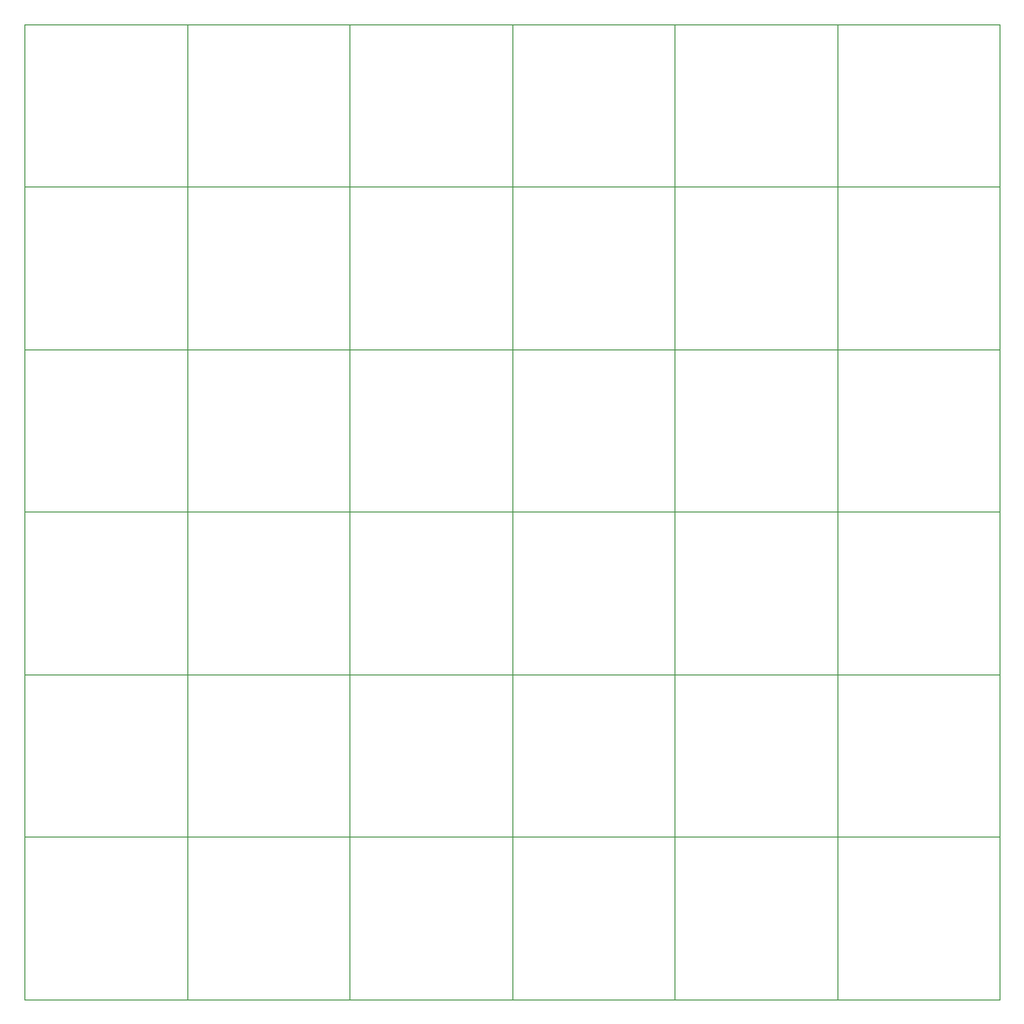
<source format=gbr>
G04 #@! TF.GenerationSoftware,KiCad,Pcbnew,5.1.5+dfsg1-2build2*
G04 #@! TF.CreationDate,2022-03-04T22:17:49-05:00*
G04 #@! TF.ProjectId,,58585858-5858-4585-9858-585858585858,rev?*
G04 #@! TF.SameCoordinates,Original*
G04 #@! TF.FileFunction,Profile,NP*
%FSLAX46Y46*%
G04 Gerber Fmt 4.6, Leading zero omitted, Abs format (unit mm)*
G04 Created by KiCad (PCBNEW 5.1.5+dfsg1-2build2) date 2022-03-04 22:17:49*
%MOMM*%
%LPD*%
G04 APERTURE LIST*
%ADD10C,0.050000*%
G04 APERTURE END LIST*
D10*
X204303760Y-143800320D02*
X204303760Y-159000320D01*
X189103760Y-143800320D02*
X189103760Y-159000320D01*
X173903760Y-143800320D02*
X173903760Y-159000320D01*
X158703760Y-143800320D02*
X158703760Y-159000320D01*
X143503760Y-143800320D02*
X143503760Y-159000320D01*
X128303760Y-143800320D02*
X128303760Y-159000320D01*
X204303760Y-128600320D02*
X204303760Y-143800320D01*
X189103760Y-128600320D02*
X189103760Y-143800320D01*
X173903760Y-128600320D02*
X173903760Y-143800320D01*
X158703760Y-128600320D02*
X158703760Y-143800320D01*
X143503760Y-128600320D02*
X143503760Y-143800320D01*
X128303760Y-128600320D02*
X128303760Y-143800320D01*
X204303760Y-113400320D02*
X204303760Y-128600320D01*
X189103760Y-113400320D02*
X189103760Y-128600320D01*
X173903760Y-113400320D02*
X173903760Y-128600320D01*
X158703760Y-113400320D02*
X158703760Y-128600320D01*
X143503760Y-113400320D02*
X143503760Y-128600320D01*
X128303760Y-113400320D02*
X128303760Y-128600320D01*
X204303760Y-98200320D02*
X204303760Y-113400320D01*
X189103760Y-98200320D02*
X189103760Y-113400320D01*
X173903760Y-98200320D02*
X173903760Y-113400320D01*
X158703760Y-98200320D02*
X158703760Y-113400320D01*
X143503760Y-98200320D02*
X143503760Y-113400320D01*
X128303760Y-98200320D02*
X128303760Y-113400320D01*
X204303760Y-83000320D02*
X204303760Y-98200320D01*
X189103760Y-83000320D02*
X189103760Y-98200320D01*
X173903760Y-83000320D02*
X173903760Y-98200320D01*
X158703760Y-83000320D02*
X158703760Y-98200320D01*
X143503760Y-83000320D02*
X143503760Y-98200320D01*
X128303760Y-83000320D02*
X128303760Y-98200320D01*
X204303760Y-67800320D02*
X204303760Y-83000320D01*
X189103760Y-67800320D02*
X189103760Y-83000320D01*
X173903760Y-67800320D02*
X173903760Y-83000320D01*
X158703760Y-67800320D02*
X158703760Y-83000320D01*
X143503760Y-67800320D02*
X143503760Y-83000320D01*
X189103760Y-143800320D02*
X189103760Y-159000320D01*
X173903760Y-143800320D02*
X173903760Y-159000320D01*
X158703760Y-143800320D02*
X158703760Y-159000320D01*
X143503760Y-143800320D02*
X143503760Y-159000320D01*
X128303760Y-143800320D02*
X128303760Y-159000320D01*
X113103760Y-143800320D02*
X113103760Y-159000320D01*
X189103760Y-128600320D02*
X189103760Y-143800320D01*
X173903760Y-128600320D02*
X173903760Y-143800320D01*
X158703760Y-128600320D02*
X158703760Y-143800320D01*
X143503760Y-128600320D02*
X143503760Y-143800320D01*
X128303760Y-128600320D02*
X128303760Y-143800320D01*
X113103760Y-128600320D02*
X113103760Y-143800320D01*
X189103760Y-113400320D02*
X189103760Y-128600320D01*
X173903760Y-113400320D02*
X173903760Y-128600320D01*
X158703760Y-113400320D02*
X158703760Y-128600320D01*
X143503760Y-113400320D02*
X143503760Y-128600320D01*
X128303760Y-113400320D02*
X128303760Y-128600320D01*
X113103760Y-113400320D02*
X113103760Y-128600320D01*
X189103760Y-98200320D02*
X189103760Y-113400320D01*
X173903760Y-98200320D02*
X173903760Y-113400320D01*
X158703760Y-98200320D02*
X158703760Y-113400320D01*
X143503760Y-98200320D02*
X143503760Y-113400320D01*
X128303760Y-98200320D02*
X128303760Y-113400320D01*
X113103760Y-98200320D02*
X113103760Y-113400320D01*
X189103760Y-83000320D02*
X189103760Y-98200320D01*
X173903760Y-83000320D02*
X173903760Y-98200320D01*
X158703760Y-83000320D02*
X158703760Y-98200320D01*
X143503760Y-83000320D02*
X143503760Y-98200320D01*
X128303760Y-83000320D02*
X128303760Y-98200320D01*
X113103760Y-83000320D02*
X113103760Y-98200320D01*
X189103760Y-67800320D02*
X189103760Y-83000320D01*
X173903760Y-67800320D02*
X173903760Y-83000320D01*
X158703760Y-67800320D02*
X158703760Y-83000320D01*
X143503760Y-67800320D02*
X143503760Y-83000320D01*
X128303760Y-67800320D02*
X128303760Y-83000320D01*
X189103760Y-159000320D02*
X204303760Y-159000320D01*
X173903760Y-159000320D02*
X189103760Y-159000320D01*
X158703760Y-159000320D02*
X173903760Y-159000320D01*
X143503760Y-159000320D02*
X158703760Y-159000320D01*
X128303760Y-159000320D02*
X143503760Y-159000320D01*
X113103760Y-159000320D02*
X128303760Y-159000320D01*
X189103760Y-143800320D02*
X204303760Y-143800320D01*
X173903760Y-143800320D02*
X189103760Y-143800320D01*
X158703760Y-143800320D02*
X173903760Y-143800320D01*
X143503760Y-143800320D02*
X158703760Y-143800320D01*
X128303760Y-143800320D02*
X143503760Y-143800320D01*
X113103760Y-143800320D02*
X128303760Y-143800320D01*
X189103760Y-128600320D02*
X204303760Y-128600320D01*
X173903760Y-128600320D02*
X189103760Y-128600320D01*
X158703760Y-128600320D02*
X173903760Y-128600320D01*
X143503760Y-128600320D02*
X158703760Y-128600320D01*
X128303760Y-128600320D02*
X143503760Y-128600320D01*
X113103760Y-128600320D02*
X128303760Y-128600320D01*
X189103760Y-113400320D02*
X204303760Y-113400320D01*
X173903760Y-113400320D02*
X189103760Y-113400320D01*
X158703760Y-113400320D02*
X173903760Y-113400320D01*
X143503760Y-113400320D02*
X158703760Y-113400320D01*
X128303760Y-113400320D02*
X143503760Y-113400320D01*
X113103760Y-113400320D02*
X128303760Y-113400320D01*
X189103760Y-98200320D02*
X204303760Y-98200320D01*
X173903760Y-98200320D02*
X189103760Y-98200320D01*
X158703760Y-98200320D02*
X173903760Y-98200320D01*
X143503760Y-98200320D02*
X158703760Y-98200320D01*
X128303760Y-98200320D02*
X143503760Y-98200320D01*
X113103760Y-98200320D02*
X128303760Y-98200320D01*
X189103760Y-83000320D02*
X204303760Y-83000320D01*
X173903760Y-83000320D02*
X189103760Y-83000320D01*
X158703760Y-83000320D02*
X173903760Y-83000320D01*
X143503760Y-83000320D02*
X158703760Y-83000320D01*
X128303760Y-83000320D02*
X143503760Y-83000320D01*
X189103760Y-143800320D02*
X204303760Y-143800320D01*
X173903760Y-143800320D02*
X189103760Y-143800320D01*
X158703760Y-143800320D02*
X173903760Y-143800320D01*
X143503760Y-143800320D02*
X158703760Y-143800320D01*
X128303760Y-143800320D02*
X143503760Y-143800320D01*
X113103760Y-143800320D02*
X128303760Y-143800320D01*
X189103760Y-128600320D02*
X204303760Y-128600320D01*
X173903760Y-128600320D02*
X189103760Y-128600320D01*
X158703760Y-128600320D02*
X173903760Y-128600320D01*
X143503760Y-128600320D02*
X158703760Y-128600320D01*
X128303760Y-128600320D02*
X143503760Y-128600320D01*
X113103760Y-128600320D02*
X128303760Y-128600320D01*
X189103760Y-113400320D02*
X204303760Y-113400320D01*
X173903760Y-113400320D02*
X189103760Y-113400320D01*
X158703760Y-113400320D02*
X173903760Y-113400320D01*
X143503760Y-113400320D02*
X158703760Y-113400320D01*
X128303760Y-113400320D02*
X143503760Y-113400320D01*
X113103760Y-113400320D02*
X128303760Y-113400320D01*
X189103760Y-98200320D02*
X204303760Y-98200320D01*
X173903760Y-98200320D02*
X189103760Y-98200320D01*
X158703760Y-98200320D02*
X173903760Y-98200320D01*
X143503760Y-98200320D02*
X158703760Y-98200320D01*
X128303760Y-98200320D02*
X143503760Y-98200320D01*
X113103760Y-98200320D02*
X128303760Y-98200320D01*
X189103760Y-83000320D02*
X204303760Y-83000320D01*
X173903760Y-83000320D02*
X189103760Y-83000320D01*
X158703760Y-83000320D02*
X173903760Y-83000320D01*
X143503760Y-83000320D02*
X158703760Y-83000320D01*
X128303760Y-83000320D02*
X143503760Y-83000320D01*
X113103760Y-83000320D02*
X128303760Y-83000320D01*
X189103760Y-67800320D02*
X204303760Y-67800320D01*
X173903760Y-67800320D02*
X189103760Y-67800320D01*
X158703760Y-67800320D02*
X173903760Y-67800320D01*
X143503760Y-67800320D02*
X158703760Y-67800320D01*
X128303760Y-67800320D02*
X143503760Y-67800320D01*
X113103760Y-83000320D02*
X128303760Y-83000320D01*
X128303760Y-67800320D02*
X128303760Y-83000320D01*
X113103760Y-67800320D02*
X128303760Y-67800320D01*
X113103760Y-67800320D02*
X113103760Y-83000320D01*
M02*

</source>
